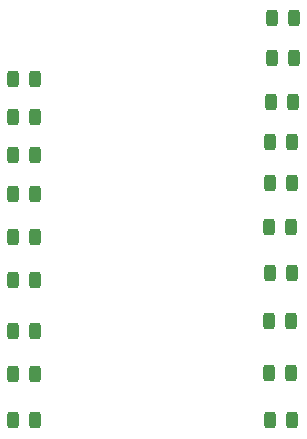
<source format=gtp>
%TF.GenerationSoftware,KiCad,Pcbnew,(6.0.2)*%
%TF.CreationDate,2022-04-01T15:41:45-05:00*%
%TF.ProjectId,delayEffect,64656c61-7945-4666-9665-63742e6b6963,rev?*%
%TF.SameCoordinates,Original*%
%TF.FileFunction,Paste,Top*%
%TF.FilePolarity,Positive*%
%FSLAX46Y46*%
G04 Gerber Fmt 4.6, Leading zero omitted, Abs format (unit mm)*
G04 Created by KiCad (PCBNEW (6.0.2)) date 2022-04-01 15:41:45*
%MOMM*%
%LPD*%
G01*
G04 APERTURE LIST*
G04 Aperture macros list*
%AMRoundRect*
0 Rectangle with rounded corners*
0 $1 Rounding radius*
0 $2 $3 $4 $5 $6 $7 $8 $9 X,Y pos of 4 corners*
0 Add a 4 corners polygon primitive as box body*
4,1,4,$2,$3,$4,$5,$6,$7,$8,$9,$2,$3,0*
0 Add four circle primitives for the rounded corners*
1,1,$1+$1,$2,$3*
1,1,$1+$1,$4,$5*
1,1,$1+$1,$6,$7*
1,1,$1+$1,$8,$9*
0 Add four rect primitives between the rounded corners*
20,1,$1+$1,$2,$3,$4,$5,0*
20,1,$1+$1,$4,$5,$6,$7,0*
20,1,$1+$1,$6,$7,$8,$9,0*
20,1,$1+$1,$8,$9,$2,$3,0*%
G04 Aperture macros list end*
%ADD10RoundRect,0.243750X0.243750X0.456250X-0.243750X0.456250X-0.243750X-0.456250X0.243750X-0.456250X0*%
%ADD11RoundRect,0.243750X-0.243750X-0.456250X0.243750X-0.456250X0.243750X0.456250X-0.243750X0.456250X0*%
G04 APERTURE END LIST*
D10*
%TO.C,C1*%
X122120900Y-68478400D03*
X120245900Y-68478400D03*
%TD*%
D11*
%TO.C,C4*%
X120245900Y-93421200D03*
X122120900Y-93421200D03*
%TD*%
%TO.C,C5*%
X122120900Y-74853800D03*
X120245900Y-74853800D03*
%TD*%
D10*
%TO.C,C6*%
X143888700Y-97332800D03*
X142013700Y-97332800D03*
%TD*%
%TO.C,C7*%
X141912100Y-93319600D03*
X143787100Y-93319600D03*
%TD*%
%TO.C,C8*%
X122120900Y-89763600D03*
X120245900Y-89763600D03*
%TD*%
%TO.C,C9*%
X142143000Y-63296800D03*
X144018000Y-63296800D03*
%TD*%
D11*
%TO.C,C10*%
X120245900Y-78181200D03*
X122120900Y-78181200D03*
%TD*%
%TO.C,C11*%
X122120900Y-81838800D03*
X120245900Y-81838800D03*
%TD*%
%TO.C,C12*%
X143891000Y-73761600D03*
X142016000Y-73761600D03*
%TD*%
%TO.C,C13*%
X142143000Y-66624200D03*
X144018000Y-66624200D03*
%TD*%
D10*
%TO.C,R2*%
X141889000Y-88950800D03*
X143764000Y-88950800D03*
%TD*%
%TO.C,R3*%
X143865600Y-84886800D03*
X141990600Y-84886800D03*
%TD*%
%TO.C,R4*%
X141939800Y-80975200D03*
X143814800Y-80975200D03*
%TD*%
D11*
%TO.C,R5*%
X120245900Y-85445600D03*
X122120900Y-85445600D03*
%TD*%
D10*
%TO.C,R6*%
X143865600Y-77266800D03*
X141990600Y-77266800D03*
%TD*%
%TO.C,R7*%
X143941800Y-70383400D03*
X142066800Y-70383400D03*
%TD*%
D11*
%TO.C,R8*%
X122120900Y-97282000D03*
X120245900Y-97282000D03*
%TD*%
%TO.C,R9*%
X120245900Y-71628000D03*
X122120900Y-71628000D03*
%TD*%
M02*

</source>
